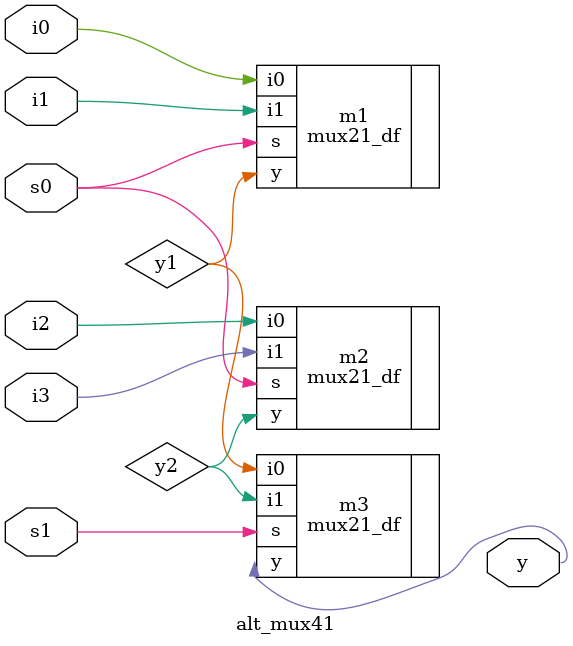
<source format=v>
`include "mux21_df.v"
module alt_mux41(
    input i0,i1,i2,i3,s0,s1,
    output y
);

wire y1,y2;

mux21_df m1(.i0(i0),.i1(i1),.s(s0),.y(y1));
mux21_df m2(.i0(i2),.i1(i3),.s(s0),.y(y2));
mux21_df m3(.i0(y1),.i1(y2),.s(s1),.y(y));

endmodule
</source>
